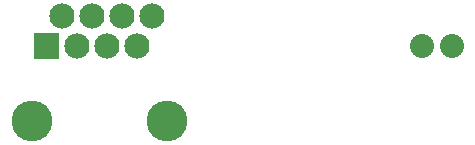
<source format=gbs>
G04 MADE WITH FRITZING*
G04 WWW.FRITZING.ORG*
G04 DOUBLE SIDED*
G04 HOLES PLATED*
G04 CONTOUR ON CENTER OF CONTOUR VECTOR*
%ASAXBY*%
%FSLAX23Y23*%
%MOIN*%
%OFA0B0*%
%SFA1.0B1.0*%
%ADD10C,0.084000*%
%ADD11C,0.135984*%
%ADD12C,0.080000*%
%ADD13R,0.001000X0.001000*%
%LNMASK0*%
G90*
G70*
G54D10*
X2244Y1833D03*
X2194Y1733D03*
X2144Y1833D03*
X2044Y1833D03*
X1944Y1833D03*
X2094Y1733D03*
X1994Y1733D03*
X1894Y1733D03*
G54D11*
X1844Y1483D03*
X2294Y1483D03*
G54D12*
X3244Y1733D03*
X3144Y1733D03*
X3244Y1733D03*
X3144Y1733D03*
G54D13*
X1852Y1775D02*
X1935Y1775D01*
X1852Y1774D02*
X1935Y1774D01*
X1852Y1773D02*
X1935Y1773D01*
X1852Y1772D02*
X1935Y1772D01*
X1852Y1771D02*
X1935Y1771D01*
X1852Y1770D02*
X1935Y1770D01*
X1852Y1769D02*
X1935Y1769D01*
X1852Y1768D02*
X1935Y1768D01*
X1852Y1767D02*
X1935Y1767D01*
X1852Y1766D02*
X1935Y1766D01*
X1852Y1765D02*
X1935Y1765D01*
X1852Y1764D02*
X1935Y1764D01*
X1852Y1763D02*
X1935Y1763D01*
X1852Y1762D02*
X1935Y1762D01*
X1852Y1761D02*
X1935Y1761D01*
X1852Y1760D02*
X1935Y1760D01*
X1852Y1759D02*
X1935Y1759D01*
X1852Y1758D02*
X1935Y1758D01*
X1852Y1757D02*
X1935Y1757D01*
X1852Y1756D02*
X1935Y1756D01*
X1852Y1755D02*
X1935Y1755D01*
X1852Y1754D02*
X1935Y1754D01*
X1852Y1753D02*
X1935Y1753D01*
X1852Y1752D02*
X1935Y1752D01*
X1852Y1751D02*
X1935Y1751D01*
X1852Y1750D02*
X1935Y1750D01*
X1852Y1749D02*
X1935Y1749D01*
X1852Y1748D02*
X1890Y1748D01*
X1898Y1748D02*
X1935Y1748D01*
X1852Y1747D02*
X1887Y1747D01*
X1900Y1747D02*
X1935Y1747D01*
X1852Y1746D02*
X1885Y1746D01*
X1902Y1746D02*
X1935Y1746D01*
X1852Y1745D02*
X1884Y1745D01*
X1904Y1745D02*
X1935Y1745D01*
X1852Y1744D02*
X1883Y1744D01*
X1905Y1744D02*
X1935Y1744D01*
X1852Y1743D02*
X1882Y1743D01*
X1906Y1743D02*
X1935Y1743D01*
X1852Y1742D02*
X1881Y1742D01*
X1906Y1742D02*
X1935Y1742D01*
X1852Y1741D02*
X1881Y1741D01*
X1907Y1741D02*
X1935Y1741D01*
X1852Y1740D02*
X1880Y1740D01*
X1908Y1740D02*
X1935Y1740D01*
X1852Y1739D02*
X1880Y1739D01*
X1908Y1739D02*
X1935Y1739D01*
X1852Y1738D02*
X1879Y1738D01*
X1908Y1738D02*
X1935Y1738D01*
X1852Y1737D02*
X1879Y1737D01*
X1909Y1737D02*
X1935Y1737D01*
X1852Y1736D02*
X1879Y1736D01*
X1909Y1736D02*
X1935Y1736D01*
X1852Y1735D02*
X1879Y1735D01*
X1909Y1735D02*
X1935Y1735D01*
X1852Y1734D02*
X1879Y1734D01*
X1909Y1734D02*
X1935Y1734D01*
X1852Y1733D02*
X1879Y1733D01*
X1909Y1733D02*
X1935Y1733D01*
X1852Y1732D02*
X1879Y1732D01*
X1909Y1732D02*
X1935Y1732D01*
X1852Y1731D02*
X1879Y1731D01*
X1909Y1731D02*
X1935Y1731D01*
X1852Y1730D02*
X1879Y1730D01*
X1908Y1730D02*
X1935Y1730D01*
X1852Y1729D02*
X1879Y1729D01*
X1908Y1729D02*
X1935Y1729D01*
X1852Y1728D02*
X1880Y1728D01*
X1908Y1728D02*
X1935Y1728D01*
X1852Y1727D02*
X1880Y1727D01*
X1907Y1727D02*
X1935Y1727D01*
X1852Y1726D02*
X1881Y1726D01*
X1907Y1726D02*
X1935Y1726D01*
X1852Y1725D02*
X1881Y1725D01*
X1906Y1725D02*
X1935Y1725D01*
X1852Y1724D02*
X1882Y1724D01*
X1905Y1724D02*
X1935Y1724D01*
X1852Y1723D02*
X1883Y1723D01*
X1904Y1723D02*
X1935Y1723D01*
X1852Y1722D02*
X1884Y1722D01*
X1903Y1722D02*
X1935Y1722D01*
X1852Y1721D02*
X1886Y1721D01*
X1902Y1721D02*
X1935Y1721D01*
X1852Y1720D02*
X1888Y1720D01*
X1900Y1720D02*
X1935Y1720D01*
X1852Y1719D02*
X1935Y1719D01*
X1852Y1718D02*
X1935Y1718D01*
X1852Y1717D02*
X1935Y1717D01*
X1852Y1716D02*
X1935Y1716D01*
X1852Y1715D02*
X1935Y1715D01*
X1852Y1714D02*
X1935Y1714D01*
X1852Y1713D02*
X1935Y1713D01*
X1852Y1712D02*
X1935Y1712D01*
X1852Y1711D02*
X1935Y1711D01*
X1852Y1710D02*
X1935Y1710D01*
X1852Y1709D02*
X1935Y1709D01*
X1852Y1708D02*
X1935Y1708D01*
X1852Y1707D02*
X1935Y1707D01*
X1852Y1706D02*
X1935Y1706D01*
X1852Y1705D02*
X1935Y1705D01*
X1852Y1704D02*
X1935Y1704D01*
X1852Y1703D02*
X1935Y1703D01*
X1852Y1702D02*
X1935Y1702D01*
X1852Y1701D02*
X1935Y1701D01*
X1852Y1700D02*
X1935Y1700D01*
X1852Y1699D02*
X1935Y1699D01*
X1852Y1698D02*
X1935Y1698D01*
X1852Y1697D02*
X1935Y1697D01*
X1852Y1696D02*
X1935Y1696D01*
X1852Y1695D02*
X1935Y1695D01*
X1852Y1694D02*
X1935Y1694D01*
X1852Y1693D02*
X1935Y1693D01*
X1852Y1692D02*
X1935Y1692D01*
D02*
G04 End of Mask0*
M02*
</source>
